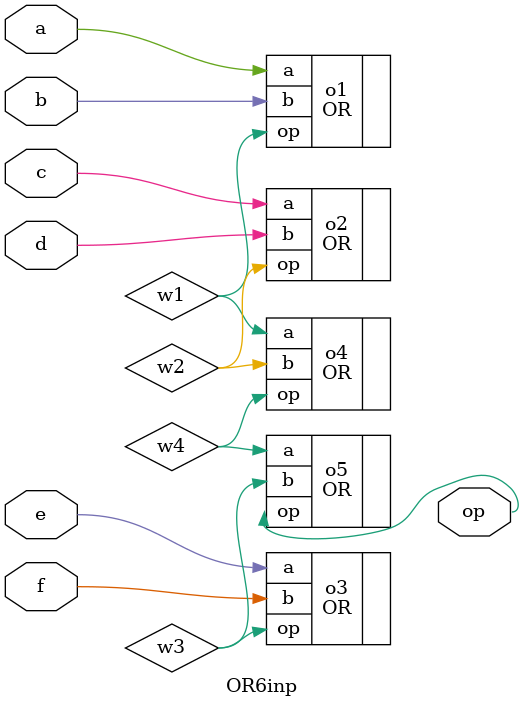
<source format=v>
`timescale 1ns / 1ps


module OR6inp(
    input a,
    input b,
    input c,
    input d,
    input e,
    input f,
    output op
    );
    wire w1,w2,w3,w4;
    OR o1(.a(a), .b(b), .op(w1));
    OR o2(.a(c), .b(d), .op(w2));
    OR o3(.a(e), .b(f), .op(w3));
    OR o4(.a(w1), .b(w2), .op(w4));
    OR o5(.a(w4), .b(w3), .op(op));
endmodule

</source>
